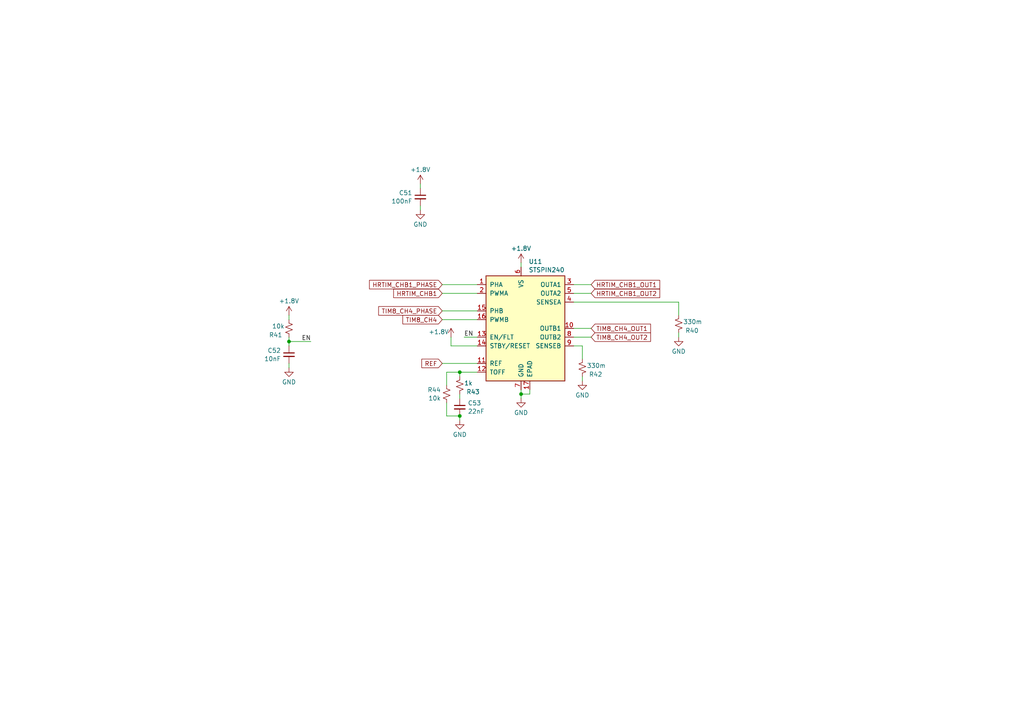
<source format=kicad_sch>
(kicad_sch
	(version 20231120)
	(generator "eeschema")
	(generator_version "8.0")
	(uuid "678b9aec-26bf-4f27-ba87-71e2ec76edda")
	(paper "A4")
	(lib_symbols
		(symbol "Device:C_Small"
			(pin_numbers hide)
			(pin_names
				(offset 0.254) hide)
			(exclude_from_sim no)
			(in_bom yes)
			(on_board yes)
			(property "Reference" "C"
				(at 0.254 1.778 0)
				(effects
					(font
						(size 1.27 1.27)
					)
					(justify left)
				)
			)
			(property "Value" "C_Small"
				(at 0.254 -2.032 0)
				(effects
					(font
						(size 1.27 1.27)
					)
					(justify left)
				)
			)
			(property "Footprint" ""
				(at 0 0 0)
				(effects
					(font
						(size 1.27 1.27)
					)
					(hide yes)
				)
			)
			(property "Datasheet" "~"
				(at 0 0 0)
				(effects
					(font
						(size 1.27 1.27)
					)
					(hide yes)
				)
			)
			(property "Description" "Unpolarized capacitor, small symbol"
				(at 0 0 0)
				(effects
					(font
						(size 1.27 1.27)
					)
					(hide yes)
				)
			)
			(property "ki_keywords" "capacitor cap"
				(at 0 0 0)
				(effects
					(font
						(size 1.27 1.27)
					)
					(hide yes)
				)
			)
			(property "ki_fp_filters" "C_*"
				(at 0 0 0)
				(effects
					(font
						(size 1.27 1.27)
					)
					(hide yes)
				)
			)
			(symbol "C_Small_0_1"
				(polyline
					(pts
						(xy -1.524 -0.508) (xy 1.524 -0.508)
					)
					(stroke
						(width 0.3302)
						(type default)
					)
					(fill
						(type none)
					)
				)
				(polyline
					(pts
						(xy -1.524 0.508) (xy 1.524 0.508)
					)
					(stroke
						(width 0.3048)
						(type default)
					)
					(fill
						(type none)
					)
				)
			)
			(symbol "C_Small_1_1"
				(pin passive line
					(at 0 2.54 270)
					(length 2.032)
					(name "~"
						(effects
							(font
								(size 1.27 1.27)
							)
						)
					)
					(number "1"
						(effects
							(font
								(size 1.27 1.27)
							)
						)
					)
				)
				(pin passive line
					(at 0 -2.54 90)
					(length 2.032)
					(name "~"
						(effects
							(font
								(size 1.27 1.27)
							)
						)
					)
					(number "2"
						(effects
							(font
								(size 1.27 1.27)
							)
						)
					)
				)
			)
		)
		(symbol "Device:R_Small_US"
			(pin_numbers hide)
			(pin_names
				(offset 0.254) hide)
			(exclude_from_sim no)
			(in_bom yes)
			(on_board yes)
			(property "Reference" "R"
				(at 0.762 0.508 0)
				(effects
					(font
						(size 1.27 1.27)
					)
					(justify left)
				)
			)
			(property "Value" "R_Small_US"
				(at 0.762 -1.016 0)
				(effects
					(font
						(size 1.27 1.27)
					)
					(justify left)
				)
			)
			(property "Footprint" ""
				(at 0 0 0)
				(effects
					(font
						(size 1.27 1.27)
					)
					(hide yes)
				)
			)
			(property "Datasheet" "~"
				(at 0 0 0)
				(effects
					(font
						(size 1.27 1.27)
					)
					(hide yes)
				)
			)
			(property "Description" "Resistor, small US symbol"
				(at 0 0 0)
				(effects
					(font
						(size 1.27 1.27)
					)
					(hide yes)
				)
			)
			(property "ki_keywords" "r resistor"
				(at 0 0 0)
				(effects
					(font
						(size 1.27 1.27)
					)
					(hide yes)
				)
			)
			(property "ki_fp_filters" "R_*"
				(at 0 0 0)
				(effects
					(font
						(size 1.27 1.27)
					)
					(hide yes)
				)
			)
			(symbol "R_Small_US_1_1"
				(polyline
					(pts
						(xy 0 0) (xy 1.016 -0.381) (xy 0 -0.762) (xy -1.016 -1.143) (xy 0 -1.524)
					)
					(stroke
						(width 0)
						(type default)
					)
					(fill
						(type none)
					)
				)
				(polyline
					(pts
						(xy 0 1.524) (xy 1.016 1.143) (xy 0 0.762) (xy -1.016 0.381) (xy 0 0)
					)
					(stroke
						(width 0)
						(type default)
					)
					(fill
						(type none)
					)
				)
				(pin passive line
					(at 0 2.54 270)
					(length 1.016)
					(name "~"
						(effects
							(font
								(size 1.27 1.27)
							)
						)
					)
					(number "1"
						(effects
							(font
								(size 1.27 1.27)
							)
						)
					)
				)
				(pin passive line
					(at 0 -2.54 90)
					(length 1.016)
					(name "~"
						(effects
							(font
								(size 1.27 1.27)
							)
						)
					)
					(number "2"
						(effects
							(font
								(size 1.27 1.27)
							)
						)
					)
				)
			)
		)
		(symbol "Driver_Motor:STSPIN240"
			(pin_names
				(offset 1.016)
			)
			(exclude_from_sim no)
			(in_bom yes)
			(on_board yes)
			(property "Reference" "U"
				(at -10.16 16.51 0)
				(effects
					(font
						(size 1.27 1.27)
					)
					(justify left)
				)
			)
			(property "Value" "STSPIN240"
				(at 5.08 16.51 0)
				(effects
					(font
						(size 1.27 1.27)
					)
					(justify left)
				)
			)
			(property "Footprint" "Package_DFN_QFN:VQFN-16-1EP_3x3mm_P0.5mm_EP1.8x1.8mm"
				(at 5.08 19.05 0)
				(effects
					(font
						(size 1.27 1.27)
					)
					(justify left)
					(hide yes)
				)
			)
			(property "Datasheet" "www.st.com/resource/en/datasheet/stspin240.pdf"
				(at 3.81 6.35 0)
				(effects
					(font
						(size 1.27 1.27)
					)
					(hide yes)
				)
			)
			(property "Description" "Low voltage dual brush DC motor driver, 1.8V to 10V input, 1.3Arms output, 0.4Ω Rdson per phase (typical), QFN-16 package"
				(at 0 0 0)
				(effects
					(font
						(size 1.27 1.27)
					)
					(hide yes)
				)
			)
			(property "ki_keywords" "motor driver dc brushed"
				(at 0 0 0)
				(effects
					(font
						(size 1.27 1.27)
					)
					(hide yes)
				)
			)
			(property "ki_fp_filters" "VQFN*1EP*3x3mm*P0.5mm*"
				(at 0 0 0)
				(effects
					(font
						(size 1.27 1.27)
					)
					(hide yes)
				)
			)
			(symbol "STSPIN240_0_1"
				(rectangle
					(start -10.16 15.24)
					(end 12.7 -15.24)
					(stroke
						(width 0.254)
						(type default)
					)
					(fill
						(type background)
					)
				)
			)
			(symbol "STSPIN240_1_1"
				(pin input line
					(at -12.7 12.7 0)
					(length 2.54)
					(name "PHA"
						(effects
							(font
								(size 1.27 1.27)
							)
						)
					)
					(number "1"
						(effects
							(font
								(size 1.27 1.27)
							)
						)
					)
				)
				(pin power_out line
					(at 15.24 0 180)
					(length 2.54)
					(name "OUTB1"
						(effects
							(font
								(size 1.27 1.27)
							)
						)
					)
					(number "10"
						(effects
							(font
								(size 1.27 1.27)
							)
						)
					)
				)
				(pin input line
					(at -12.7 -10.16 0)
					(length 2.54)
					(name "REF"
						(effects
							(font
								(size 1.27 1.27)
							)
						)
					)
					(number "11"
						(effects
							(font
								(size 1.27 1.27)
							)
						)
					)
				)
				(pin input line
					(at -12.7 -12.7 0)
					(length 2.54)
					(name "TOFF"
						(effects
							(font
								(size 1.27 1.27)
							)
						)
					)
					(number "12"
						(effects
							(font
								(size 1.27 1.27)
							)
						)
					)
				)
				(pin bidirectional line
					(at -12.7 -2.54 0)
					(length 2.54)
					(name "EN/FLT"
						(effects
							(font
								(size 1.27 1.27)
							)
						)
					)
					(number "13"
						(effects
							(font
								(size 1.27 1.27)
							)
						)
					)
				)
				(pin input line
					(at -12.7 -5.08 0)
					(length 2.54)
					(name "STBY/RESET"
						(effects
							(font
								(size 1.27 1.27)
							)
						)
					)
					(number "14"
						(effects
							(font
								(size 1.27 1.27)
							)
						)
					)
				)
				(pin input line
					(at -12.7 5.08 0)
					(length 2.54)
					(name "PHB"
						(effects
							(font
								(size 1.27 1.27)
							)
						)
					)
					(number "15"
						(effects
							(font
								(size 1.27 1.27)
							)
						)
					)
				)
				(pin input line
					(at -12.7 2.54 0)
					(length 2.54)
					(name "PWMB"
						(effects
							(font
								(size 1.27 1.27)
							)
						)
					)
					(number "16"
						(effects
							(font
								(size 1.27 1.27)
							)
						)
					)
				)
				(pin power_in line
					(at 2.54 -17.78 90)
					(length 2.54)
					(name "EPAD"
						(effects
							(font
								(size 1.27 1.27)
							)
						)
					)
					(number "17"
						(effects
							(font
								(size 1.27 1.27)
							)
						)
					)
				)
				(pin input line
					(at -12.7 10.16 0)
					(length 2.54)
					(name "PWMA"
						(effects
							(font
								(size 1.27 1.27)
							)
						)
					)
					(number "2"
						(effects
							(font
								(size 1.27 1.27)
							)
						)
					)
				)
				(pin power_out line
					(at 15.24 12.7 180)
					(length 2.54)
					(name "OUTA1"
						(effects
							(font
								(size 1.27 1.27)
							)
						)
					)
					(number "3"
						(effects
							(font
								(size 1.27 1.27)
							)
						)
					)
				)
				(pin power_out line
					(at 15.24 7.62 180)
					(length 2.54)
					(name "SENSEA"
						(effects
							(font
								(size 1.27 1.27)
							)
						)
					)
					(number "4"
						(effects
							(font
								(size 1.27 1.27)
							)
						)
					)
				)
				(pin power_out line
					(at 15.24 10.16 180)
					(length 2.54)
					(name "OUTA2"
						(effects
							(font
								(size 1.27 1.27)
							)
						)
					)
					(number "5"
						(effects
							(font
								(size 1.27 1.27)
							)
						)
					)
				)
				(pin power_in line
					(at 0 17.78 270)
					(length 2.54)
					(name "VS"
						(effects
							(font
								(size 1.27 1.27)
							)
						)
					)
					(number "6"
						(effects
							(font
								(size 1.27 1.27)
							)
						)
					)
				)
				(pin power_in line
					(at 0 -17.78 90)
					(length 2.54)
					(name "GND"
						(effects
							(font
								(size 1.27 1.27)
							)
						)
					)
					(number "7"
						(effects
							(font
								(size 1.27 1.27)
							)
						)
					)
				)
				(pin power_out line
					(at 15.24 -2.54 180)
					(length 2.54)
					(name "OUTB2"
						(effects
							(font
								(size 1.27 1.27)
							)
						)
					)
					(number "8"
						(effects
							(font
								(size 1.27 1.27)
							)
						)
					)
				)
				(pin power_out line
					(at 15.24 -5.08 180)
					(length 2.54)
					(name "SENSEB"
						(effects
							(font
								(size 1.27 1.27)
							)
						)
					)
					(number "9"
						(effects
							(font
								(size 1.27 1.27)
							)
						)
					)
				)
			)
		)
		(symbol "power:+1V8"
			(power)
			(pin_names
				(offset 0)
			)
			(exclude_from_sim no)
			(in_bom yes)
			(on_board yes)
			(property "Reference" "#PWR"
				(at 0 -3.81 0)
				(effects
					(font
						(size 1.27 1.27)
					)
					(hide yes)
				)
			)
			(property "Value" "+1V8"
				(at 0 3.556 0)
				(effects
					(font
						(size 1.27 1.27)
					)
				)
			)
			(property "Footprint" ""
				(at 0 0 0)
				(effects
					(font
						(size 1.27 1.27)
					)
					(hide yes)
				)
			)
			(property "Datasheet" ""
				(at 0 0 0)
				(effects
					(font
						(size 1.27 1.27)
					)
					(hide yes)
				)
			)
			(property "Description" "Power symbol creates a global label with name \"+1V8\""
				(at 0 0 0)
				(effects
					(font
						(size 1.27 1.27)
					)
					(hide yes)
				)
			)
			(property "ki_keywords" "global power"
				(at 0 0 0)
				(effects
					(font
						(size 1.27 1.27)
					)
					(hide yes)
				)
			)
			(symbol "+1V8_0_1"
				(polyline
					(pts
						(xy -0.762 1.27) (xy 0 2.54)
					)
					(stroke
						(width 0)
						(type default)
					)
					(fill
						(type none)
					)
				)
				(polyline
					(pts
						(xy 0 0) (xy 0 2.54)
					)
					(stroke
						(width 0)
						(type default)
					)
					(fill
						(type none)
					)
				)
				(polyline
					(pts
						(xy 0 2.54) (xy 0.762 1.27)
					)
					(stroke
						(width 0)
						(type default)
					)
					(fill
						(type none)
					)
				)
			)
			(symbol "+1V8_1_1"
				(pin power_in line
					(at 0 0 90)
					(length 0) hide
					(name "+1V8"
						(effects
							(font
								(size 1.27 1.27)
							)
						)
					)
					(number "1"
						(effects
							(font
								(size 1.27 1.27)
							)
						)
					)
				)
			)
		)
		(symbol "power:GND"
			(power)
			(pin_names
				(offset 0)
			)
			(exclude_from_sim no)
			(in_bom yes)
			(on_board yes)
			(property "Reference" "#PWR"
				(at 0 -6.35 0)
				(effects
					(font
						(size 1.27 1.27)
					)
					(hide yes)
				)
			)
			(property "Value" "GND"
				(at 0 -3.81 0)
				(effects
					(font
						(size 1.27 1.27)
					)
				)
			)
			(property "Footprint" ""
				(at 0 0 0)
				(effects
					(font
						(size 1.27 1.27)
					)
					(hide yes)
				)
			)
			(property "Datasheet" ""
				(at 0 0 0)
				(effects
					(font
						(size 1.27 1.27)
					)
					(hide yes)
				)
			)
			(property "Description" "Power symbol creates a global label with name \"GND\" , ground"
				(at 0 0 0)
				(effects
					(font
						(size 1.27 1.27)
					)
					(hide yes)
				)
			)
			(property "ki_keywords" "global power"
				(at 0 0 0)
				(effects
					(font
						(size 1.27 1.27)
					)
					(hide yes)
				)
			)
			(symbol "GND_0_1"
				(polyline
					(pts
						(xy 0 0) (xy 0 -1.27) (xy 1.27 -1.27) (xy 0 -2.54) (xy -1.27 -1.27) (xy 0 -1.27)
					)
					(stroke
						(width 0)
						(type default)
					)
					(fill
						(type none)
					)
				)
			)
			(symbol "GND_1_1"
				(pin power_in line
					(at 0 0 270)
					(length 0) hide
					(name "GND"
						(effects
							(font
								(size 1.27 1.27)
							)
						)
					)
					(number "1"
						(effects
							(font
								(size 1.27 1.27)
							)
						)
					)
				)
			)
		)
	)
	(junction
		(at 133.35 120.65)
		(diameter 0)
		(color 0 0 0 0)
		(uuid "42d6576e-fadb-4563-9fc6-3a42c8f7e3c8")
	)
	(junction
		(at 133.35 107.95)
		(diameter 0)
		(color 0 0 0 0)
		(uuid "667f0bd6-b12d-4faa-987f-927ccb27679f")
	)
	(junction
		(at 151.13 114.3)
		(diameter 0)
		(color 0 0 0 0)
		(uuid "b8536958-cabd-4320-bfca-2face8fcc9a7")
	)
	(junction
		(at 83.82 99.06)
		(diameter 0)
		(color 0 0 0 0)
		(uuid "d7e75411-1de3-452c-afc2-da1331c922c2")
	)
	(wire
		(pts
			(xy 151.13 76.2) (xy 151.13 77.47)
		)
		(stroke
			(width 0)
			(type default)
		)
		(uuid "0df78f29-7091-44f6-a730-ef372ed57675")
	)
	(wire
		(pts
			(xy 133.35 107.95) (xy 133.35 109.22)
		)
		(stroke
			(width 0)
			(type default)
		)
		(uuid "136b5161-d7ef-4375-aa91-e102651a4665")
	)
	(wire
		(pts
			(xy 168.91 100.33) (xy 166.37 100.33)
		)
		(stroke
			(width 0)
			(type default)
		)
		(uuid "154c620a-04df-4b2c-84d6-36da2c79bbea")
	)
	(wire
		(pts
			(xy 121.92 59.69) (xy 121.92 60.96)
		)
		(stroke
			(width 0)
			(type default)
		)
		(uuid "1ea7bd63-8734-448b-980b-014f4ca342f1")
	)
	(wire
		(pts
			(xy 133.35 114.3) (xy 133.35 115.57)
		)
		(stroke
			(width 0)
			(type default)
		)
		(uuid "2081ed10-af47-4487-84ed-017469b4fdb8")
	)
	(wire
		(pts
			(xy 128.27 92.71) (xy 138.43 92.71)
		)
		(stroke
			(width 0)
			(type default)
		)
		(uuid "24beaf91-e7d3-4e03-a638-690a46340679")
	)
	(wire
		(pts
			(xy 168.91 109.22) (xy 168.91 110.49)
		)
		(stroke
			(width 0)
			(type default)
		)
		(uuid "32926c58-e476-43b4-99b4-f50b1bd7289c")
	)
	(wire
		(pts
			(xy 83.82 99.06) (xy 83.82 100.33)
		)
		(stroke
			(width 0)
			(type default)
		)
		(uuid "3421b40e-45e7-4ac7-915c-5c46804131b9")
	)
	(wire
		(pts
			(xy 129.54 120.65) (xy 133.35 120.65)
		)
		(stroke
			(width 0)
			(type default)
		)
		(uuid "416fd5ac-a650-418e-931e-fcded8135e33")
	)
	(wire
		(pts
			(xy 128.27 90.17) (xy 138.43 90.17)
		)
		(stroke
			(width 0)
			(type default)
		)
		(uuid "424cc603-8d4e-4823-ae49-81b1618ee283")
	)
	(wire
		(pts
			(xy 168.91 104.14) (xy 168.91 100.33)
		)
		(stroke
			(width 0)
			(type default)
		)
		(uuid "48380410-9649-43e2-908f-c3ad67ad29b7")
	)
	(wire
		(pts
			(xy 151.13 113.03) (xy 151.13 114.3)
		)
		(stroke
			(width 0)
			(type default)
		)
		(uuid "5cf3c158-a797-45ff-8d5c-d0d1fafe3a22")
	)
	(wire
		(pts
			(xy 83.82 105.41) (xy 83.82 106.68)
		)
		(stroke
			(width 0)
			(type default)
		)
		(uuid "63b91a7c-7c95-4637-acd6-fcc77520c5dc")
	)
	(wire
		(pts
			(xy 196.85 87.63) (xy 196.85 91.44)
		)
		(stroke
			(width 0)
			(type default)
		)
		(uuid "6e4cef16-5184-4768-b13c-e683484dc67d")
	)
	(wire
		(pts
			(xy 129.54 107.95) (xy 133.35 107.95)
		)
		(stroke
			(width 0)
			(type default)
		)
		(uuid "7a2f5d6d-f89b-4009-be9b-50d00f32949b")
	)
	(wire
		(pts
			(xy 128.27 82.55) (xy 138.43 82.55)
		)
		(stroke
			(width 0)
			(type default)
		)
		(uuid "803c6951-769d-4787-a8a8-9d5548901c73")
	)
	(wire
		(pts
			(xy 121.92 53.34) (xy 121.92 54.61)
		)
		(stroke
			(width 0)
			(type default)
		)
		(uuid "81df2ca9-c94f-4f2b-a3c6-fd7d2f5cd330")
	)
	(wire
		(pts
			(xy 171.45 97.79) (xy 166.37 97.79)
		)
		(stroke
			(width 0)
			(type default)
		)
		(uuid "86b89144-a35d-4606-bee6-e66409accc8b")
	)
	(wire
		(pts
			(xy 138.43 97.79) (xy 134.62 97.79)
		)
		(stroke
			(width 0)
			(type default)
		)
		(uuid "87ebdfcb-394e-45c3-bb85-92d5e78fab56")
	)
	(wire
		(pts
			(xy 128.27 85.09) (xy 138.43 85.09)
		)
		(stroke
			(width 0)
			(type default)
		)
		(uuid "8e1f1e4d-a6da-4aa4-97a4-ceec37ac802b")
	)
	(wire
		(pts
			(xy 171.45 82.55) (xy 166.37 82.55)
		)
		(stroke
			(width 0)
			(type default)
		)
		(uuid "9073e5b9-c9af-4baa-b7cc-01e4e0e8170f")
	)
	(wire
		(pts
			(xy 133.35 107.95) (xy 138.43 107.95)
		)
		(stroke
			(width 0)
			(type default)
		)
		(uuid "af0d2cc6-489d-454c-9b05-ca897f917682")
	)
	(wire
		(pts
			(xy 130.81 100.33) (xy 138.43 100.33)
		)
		(stroke
			(width 0)
			(type default)
		)
		(uuid "b17469f9-4bfa-4158-bb7d-36070dad954a")
	)
	(wire
		(pts
			(xy 130.81 97.79) (xy 130.81 100.33)
		)
		(stroke
			(width 0)
			(type default)
		)
		(uuid "b99a87d4-af7a-4089-919c-45c7b3e63e22")
	)
	(wire
		(pts
			(xy 83.82 97.79) (xy 83.82 99.06)
		)
		(stroke
			(width 0)
			(type default)
		)
		(uuid "bab4188a-e630-4411-9ebd-0ebfae15cdb7")
	)
	(wire
		(pts
			(xy 171.45 85.09) (xy 166.37 85.09)
		)
		(stroke
			(width 0)
			(type default)
		)
		(uuid "bdd1b05d-dd6b-43d2-8213-f03d27a27000")
	)
	(wire
		(pts
			(xy 151.13 114.3) (xy 151.13 115.57)
		)
		(stroke
			(width 0)
			(type default)
		)
		(uuid "c05a63b7-2286-49ac-88b8-9c002ca85a9b")
	)
	(wire
		(pts
			(xy 196.85 87.63) (xy 166.37 87.63)
		)
		(stroke
			(width 0)
			(type default)
		)
		(uuid "c703d5d0-28ac-450a-9e81-ebc92b083f82")
	)
	(wire
		(pts
			(xy 128.27 105.41) (xy 138.43 105.41)
		)
		(stroke
			(width 0)
			(type default)
		)
		(uuid "d35195cc-7528-460d-9bc1-1c284727c64a")
	)
	(wire
		(pts
			(xy 129.54 116.84) (xy 129.54 120.65)
		)
		(stroke
			(width 0)
			(type default)
		)
		(uuid "df4c6b07-3cee-4d76-82ac-68278b1b2a0b")
	)
	(wire
		(pts
			(xy 83.82 91.44) (xy 83.82 92.71)
		)
		(stroke
			(width 0)
			(type default)
		)
		(uuid "e0f0e4df-3c11-491b-8c83-7b2feb1c5868")
	)
	(wire
		(pts
			(xy 153.67 114.3) (xy 153.67 113.03)
		)
		(stroke
			(width 0)
			(type default)
		)
		(uuid "e511d5ce-c0d6-4f17-bf9c-e17cd78b2211")
	)
	(wire
		(pts
			(xy 83.82 99.06) (xy 90.17 99.06)
		)
		(stroke
			(width 0)
			(type default)
		)
		(uuid "e535f119-b11d-44d9-8320-a66c01ce3ac1")
	)
	(wire
		(pts
			(xy 129.54 107.95) (xy 129.54 111.76)
		)
		(stroke
			(width 0)
			(type default)
		)
		(uuid "ea7df6dd-d206-4b50-ba0f-4867bd8d5e3c")
	)
	(wire
		(pts
			(xy 196.85 96.52) (xy 196.85 97.79)
		)
		(stroke
			(width 0)
			(type default)
		)
		(uuid "eedb8325-9b7d-43e3-aeb3-3c1bcc0fd479")
	)
	(wire
		(pts
			(xy 151.13 114.3) (xy 153.67 114.3)
		)
		(stroke
			(width 0)
			(type default)
		)
		(uuid "f25e5032-c755-44ef-8098-cb8f9e78830f")
	)
	(wire
		(pts
			(xy 171.45 95.25) (xy 166.37 95.25)
		)
		(stroke
			(width 0)
			(type default)
		)
		(uuid "f53cb537-a4c1-47fa-b30f-4b9840c5326a")
	)
	(wire
		(pts
			(xy 133.35 121.92) (xy 133.35 120.65)
		)
		(stroke
			(width 0)
			(type default)
		)
		(uuid "fcb6524b-ad1e-4656-ace8-fb400e227a7f")
	)
	(label "EN"
		(at 134.62 97.79 0)
		(fields_autoplaced yes)
		(effects
			(font
				(size 1.27 1.27)
			)
			(justify left bottom)
		)
		(uuid "2d735b23-4b75-4cc8-8522-77b72559e13e")
	)
	(label "EN"
		(at 90.17 99.06 180)
		(fields_autoplaced yes)
		(effects
			(font
				(size 1.27 1.27)
			)
			(justify right bottom)
		)
		(uuid "fc3e2e52-2328-484c-bc85-8e920ea7a8f4")
	)
	(global_label "HRTIM_CHB1_OUT1"
		(shape input)
		(at 171.45 82.55 0)
		(fields_autoplaced yes)
		(effects
			(font
				(size 1.27 1.27)
			)
			(justify left)
		)
		(uuid "0a500830-73e2-4edb-a76f-0c7afb4bfdb9")
		(property "Intersheetrefs" "${INTERSHEET_REFS}"
			(at 191.9128 82.55 0)
			(effects
				(font
					(size 1.27 1.27)
				)
				(justify left)
				(hide yes)
			)
		)
	)
	(global_label "HRTIM_CHB1_OUT2"
		(shape input)
		(at 171.45 85.09 0)
		(fields_autoplaced yes)
		(effects
			(font
				(size 1.27 1.27)
			)
			(justify left)
		)
		(uuid "45b0523e-55d5-4635-afa8-8cc6d77df211")
		(property "Intersheetrefs" "${INTERSHEET_REFS}"
			(at 191.9128 85.09 0)
			(effects
				(font
					(size 1.27 1.27)
				)
				(justify left)
				(hide yes)
			)
		)
	)
	(global_label "TIM8_CH4"
		(shape input)
		(at 128.27 92.71 180)
		(fields_autoplaced yes)
		(effects
			(font
				(size 1.27 1.27)
			)
			(justify right)
		)
		(uuid "58b2eda6-4dac-4b30-9252-55102a16717b")
		(property "Intersheetrefs" "${INTERSHEET_REFS}"
			(at 116.2739 92.71 0)
			(effects
				(font
					(size 1.27 1.27)
				)
				(justify right)
				(hide yes)
			)
		)
	)
	(global_label "TIM8_CH4_OUT2"
		(shape input)
		(at 171.45 97.79 0)
		(fields_autoplaced yes)
		(effects
			(font
				(size 1.27 1.27)
			)
			(justify left)
		)
		(uuid "6063284c-9f72-4d29-86ca-9828835a4696")
		(property "Intersheetrefs" "${INTERSHEET_REFS}"
			(at 189.2518 97.79 0)
			(effects
				(font
					(size 1.27 1.27)
				)
				(justify left)
				(hide yes)
			)
		)
	)
	(global_label "TIM8_CH4_OUT1"
		(shape input)
		(at 171.45 95.25 0)
		(fields_autoplaced yes)
		(effects
			(font
				(size 1.27 1.27)
			)
			(justify left)
		)
		(uuid "73172fd4-edca-4aef-8018-1c6939f3ec09")
		(property "Intersheetrefs" "${INTERSHEET_REFS}"
			(at 189.2518 95.25 0)
			(effects
				(font
					(size 1.27 1.27)
				)
				(justify left)
				(hide yes)
			)
		)
	)
	(global_label "TIM8_CH4_PHASE"
		(shape input)
		(at 128.27 90.17 180)
		(fields_autoplaced yes)
		(effects
			(font
				(size 1.27 1.27)
			)
			(justify right)
		)
		(uuid "8b813cc2-a0aa-4d22-9809-183b5a09753d")
		(property "Intersheetrefs" "${INTERSHEET_REFS}"
			(at 109.2587 90.17 0)
			(effects
				(font
					(size 1.27 1.27)
				)
				(justify right)
				(hide yes)
			)
		)
	)
	(global_label "REF"
		(shape input)
		(at 128.27 105.41 180)
		(fields_autoplaced yes)
		(effects
			(font
				(size 1.27 1.27)
			)
			(justify right)
		)
		(uuid "a0dc2bc4-5b4f-4c18-86e8-8fa5de828bae")
		(property "Intersheetrefs" "${INTERSHEET_REFS}"
			(at 121.7772 105.41 0)
			(effects
				(font
					(size 1.27 1.27)
				)
				(justify right)
				(hide yes)
			)
		)
	)
	(global_label "HRTIM_CHB1_PHASE"
		(shape input)
		(at 128.27 82.55 180)
		(fields_autoplaced yes)
		(effects
			(font
				(size 1.27 1.27)
			)
			(justify right)
		)
		(uuid "a4881ba1-4837-43a5-b98c-30b78eaa4774")
		(property "Intersheetrefs" "${INTERSHEET_REFS}"
			(at 106.5977 82.55 0)
			(effects
				(font
					(size 1.27 1.27)
				)
				(justify right)
				(hide yes)
			)
		)
	)
	(global_label "HRTIM_CHB1"
		(shape input)
		(at 128.27 85.09 180)
		(fields_autoplaced yes)
		(effects
			(font
				(size 1.27 1.27)
			)
			(justify right)
		)
		(uuid "b6dee8e1-f56e-4501-a1ed-fa3e6493b6f5")
		(property "Intersheetrefs" "${INTERSHEET_REFS}"
			(at 113.6129 85.09 0)
			(effects
				(font
					(size 1.27 1.27)
				)
				(justify right)
				(hide yes)
			)
		)
	)
	(symbol
		(lib_id "Device:R_Small_US")
		(at 133.35 111.76 0)
		(mirror y)
		(unit 1)
		(exclude_from_sim no)
		(in_bom yes)
		(on_board yes)
		(dnp no)
		(uuid "08d3599f-af0c-44bb-81d5-91e8f1f358cf")
		(property "Reference" "R43"
			(at 135.255 113.665 0)
			(effects
				(font
					(size 1.27 1.27)
				)
				(justify right)
			)
		)
		(property "Value" "1k"
			(at 134.62 111.125 0)
			(effects
				(font
					(size 1.27 1.27)
				)
				(justify right)
			)
		)
		(property "Footprint" "Resistor_SMD:R_0402_1005Metric"
			(at 133.35 111.76 0)
			(effects
				(font
					(size 1.27 1.27)
				)
				(hide yes)
			)
		)
		(property "Datasheet" "~"
			(at 133.35 111.76 0)
			(effects
				(font
					(size 1.27 1.27)
				)
				(hide yes)
			)
		)
		(property "Description" ""
			(at 133.35 111.76 0)
			(effects
				(font
					(size 1.27 1.27)
				)
				(hide yes)
			)
		)
		(property "LCSC" "C11702"
			(at 133.35 111.76 0)
			(effects
				(font
					(size 1.27 1.27)
				)
				(hide yes)
			)
		)
		(pin "1"
			(uuid "520cc536-f2af-4093-9c89-99c22b303949")
		)
		(pin "2"
			(uuid "6d27895e-5584-4a35-a191-ef74435461a2")
		)
		(instances
			(project "kasm_pcb_rev2"
				(path "/b88f3414-095b-412c-ac5e-63ceec91c7e6/2d3f9a94-2f4e-4d4f-b431-cd37d3bb57a3/c938c8a6-385d-4d2e-abb5-2852c90a10ff"
					(reference "R43")
					(unit 1)
				)
			)
		)
	)
	(symbol
		(lib_id "power:GND")
		(at 151.13 115.57 0)
		(unit 1)
		(exclude_from_sim no)
		(in_bom yes)
		(on_board yes)
		(dnp no)
		(uuid "0999cc4d-196e-43d7-9300-6dc4805e5618")
		(property "Reference" "#PWR0114"
			(at 151.13 121.92 0)
			(effects
				(font
					(size 1.27 1.27)
				)
				(hide yes)
			)
		)
		(property "Value" "GND"
			(at 151.13 119.7031 0)
			(effects
				(font
					(size 1.27 1.27)
				)
			)
		)
		(property "Footprint" ""
			(at 151.13 115.57 0)
			(effects
				(font
					(size 1.27 1.27)
				)
				(hide yes)
			)
		)
		(property "Datasheet" ""
			(at 151.13 115.57 0)
			(effects
				(font
					(size 1.27 1.27)
				)
				(hide yes)
			)
		)
		(property "Description" ""
			(at 151.13 115.57 0)
			(effects
				(font
					(size 1.27 1.27)
				)
				(hide yes)
			)
		)
		(pin "1"
			(uuid "01c8d304-92ab-4c38-9ee6-bb49e7f47521")
		)
		(instances
			(project "kasm_pcb_rev2"
				(path "/b88f3414-095b-412c-ac5e-63ceec91c7e6/2d3f9a94-2f4e-4d4f-b431-cd37d3bb57a3/c938c8a6-385d-4d2e-abb5-2852c90a10ff"
					(reference "#PWR0114")
					(unit 1)
				)
			)
		)
	)
	(symbol
		(lib_id "Device:R_Small_US")
		(at 196.85 93.98 0)
		(mirror y)
		(unit 1)
		(exclude_from_sim no)
		(in_bom yes)
		(on_board yes)
		(dnp no)
		(uuid "0c943832-355b-4dd2-80d1-86cc87ab732c")
		(property "Reference" "R40"
			(at 198.755 95.885 0)
			(effects
				(font
					(size 1.27 1.27)
				)
				(justify right)
			)
		)
		(property "Value" "330m"
			(at 198.12 93.345 0)
			(effects
				(font
					(size 1.27 1.27)
				)
				(justify right)
			)
		)
		(property "Footprint" "Resistor_SMD:R_0402_1005Metric"
			(at 196.85 93.98 0)
			(effects
				(font
					(size 1.27 1.27)
				)
				(hide yes)
			)
		)
		(property "Datasheet" "~"
			(at 196.85 93.98 0)
			(effects
				(font
					(size 1.27 1.27)
				)
				(hide yes)
			)
		)
		(property "Description" ""
			(at 196.85 93.98 0)
			(effects
				(font
					(size 1.27 1.27)
				)
				(hide yes)
			)
		)
		(property "LCSC" "C332660"
			(at 196.85 93.98 0)
			(effects
				(font
					(size 1.27 1.27)
				)
				(hide yes)
			)
		)
		(pin "1"
			(uuid "57d730c9-355f-4784-b711-036a1073d2a4")
		)
		(pin "2"
			(uuid "b0acd83e-7dfa-44f5-8902-f6cbfe4aaaab")
		)
		(instances
			(project "kasm_pcb_rev2"
				(path "/b88f3414-095b-412c-ac5e-63ceec91c7e6/2d3f9a94-2f4e-4d4f-b431-cd37d3bb57a3/c938c8a6-385d-4d2e-abb5-2852c90a10ff"
					(reference "R40")
					(unit 1)
				)
			)
		)
	)
	(symbol
		(lib_id "power:GND")
		(at 133.35 121.92 0)
		(unit 1)
		(exclude_from_sim no)
		(in_bom yes)
		(on_board yes)
		(dnp no)
		(uuid "14826b93-6e2a-40a6-8261-c4025ad4b572")
		(property "Reference" "#PWR0115"
			(at 133.35 128.27 0)
			(effects
				(font
					(size 1.27 1.27)
				)
				(hide yes)
			)
		)
		(property "Value" "GND"
			(at 133.35 126.0531 0)
			(effects
				(font
					(size 1.27 1.27)
				)
			)
		)
		(property "Footprint" ""
			(at 133.35 121.92 0)
			(effects
				(font
					(size 1.27 1.27)
				)
				(hide yes)
			)
		)
		(property "Datasheet" ""
			(at 133.35 121.92 0)
			(effects
				(font
					(size 1.27 1.27)
				)
				(hide yes)
			)
		)
		(property "Description" ""
			(at 133.35 121.92 0)
			(effects
				(font
					(size 1.27 1.27)
				)
				(hide yes)
			)
		)
		(pin "1"
			(uuid "e8b8079c-b48f-4a26-a36d-ad370f272bfa")
		)
		(instances
			(project "kasm_pcb_rev2"
				(path "/b88f3414-095b-412c-ac5e-63ceec91c7e6/2d3f9a94-2f4e-4d4f-b431-cd37d3bb57a3/c938c8a6-385d-4d2e-abb5-2852c90a10ff"
					(reference "#PWR0115")
					(unit 1)
				)
			)
		)
	)
	(symbol
		(lib_id "Device:R_Small_US")
		(at 83.82 95.25 0)
		(unit 1)
		(exclude_from_sim no)
		(in_bom yes)
		(on_board yes)
		(dnp no)
		(uuid "23119a32-3781-4e14-9518-f3722f383c32")
		(property "Reference" "R41"
			(at 81.915 97.155 0)
			(effects
				(font
					(size 1.27 1.27)
				)
				(justify right)
			)
		)
		(property "Value" "10k"
			(at 82.55 94.615 0)
			(effects
				(font
					(size 1.27 1.27)
				)
				(justify right)
			)
		)
		(property "Footprint" "Resistor_SMD:R_0402_1005Metric"
			(at 83.82 95.25 0)
			(effects
				(font
					(size 1.27 1.27)
				)
				(hide yes)
			)
		)
		(property "Datasheet" "~"
			(at 83.82 95.25 0)
			(effects
				(font
					(size 1.27 1.27)
				)
				(hide yes)
			)
		)
		(property "Description" ""
			(at 83.82 95.25 0)
			(effects
				(font
					(size 1.27 1.27)
				)
				(hide yes)
			)
		)
		(property "LCSC" "C25744"
			(at 83.82 95.25 0)
			(effects
				(font
					(size 1.27 1.27)
				)
				(hide yes)
			)
		)
		(pin "1"
			(uuid "d81662fd-b7ee-4cd3-835e-4201edb14a83")
		)
		(pin "2"
			(uuid "161611a2-a90e-4351-9765-90a80e4e7081")
		)
		(instances
			(project "kasm_pcb_rev2"
				(path "/b88f3414-095b-412c-ac5e-63ceec91c7e6/2d3f9a94-2f4e-4d4f-b431-cd37d3bb57a3/c938c8a6-385d-4d2e-abb5-2852c90a10ff"
					(reference "R41")
					(unit 1)
				)
			)
		)
	)
	(symbol
		(lib_id "power:+1V8")
		(at 130.81 97.79 0)
		(unit 1)
		(exclude_from_sim no)
		(in_bom yes)
		(on_board yes)
		(dnp no)
		(uuid "47419cb7-ae1c-489c-b519-ae9a5c0d2b1e")
		(property "Reference" "#PWR0110"
			(at 130.81 101.6 0)
			(effects
				(font
					(size 1.27 1.27)
				)
				(hide yes)
			)
		)
		(property "Value" "+1.8V"
			(at 127.254 96.266 0)
			(effects
				(font
					(size 1.27 1.27)
				)
			)
		)
		(property "Footprint" ""
			(at 130.81 97.79 0)
			(effects
				(font
					(size 1.27 1.27)
				)
				(hide yes)
			)
		)
		(property "Datasheet" ""
			(at 130.81 97.79 0)
			(effects
				(font
					(size 1.27 1.27)
				)
				(hide yes)
			)
		)
		(property "Description" ""
			(at 130.81 97.79 0)
			(effects
				(font
					(size 1.27 1.27)
				)
				(hide yes)
			)
		)
		(pin "1"
			(uuid "053ca9e1-1fa5-4cbe-93b1-01fdae85988d")
		)
		(instances
			(project "kasm_pcb_rev2"
				(path "/b88f3414-095b-412c-ac5e-63ceec91c7e6/2d3f9a94-2f4e-4d4f-b431-cd37d3bb57a3/c938c8a6-385d-4d2e-abb5-2852c90a10ff"
					(reference "#PWR0110")
					(unit 1)
				)
			)
		)
	)
	(symbol
		(lib_id "Device:R_Small_US")
		(at 168.91 106.68 0)
		(mirror y)
		(unit 1)
		(exclude_from_sim no)
		(in_bom yes)
		(on_board yes)
		(dnp no)
		(uuid "573e37f4-27b0-4a2f-aa61-feaccf55e8aa")
		(property "Reference" "R42"
			(at 170.815 108.585 0)
			(effects
				(font
					(size 1.27 1.27)
				)
				(justify right)
			)
		)
		(property "Value" "330m"
			(at 170.18 106.045 0)
			(effects
				(font
					(size 1.27 1.27)
				)
				(justify right)
			)
		)
		(property "Footprint" "Resistor_SMD:R_0402_1005Metric"
			(at 168.91 106.68 0)
			(effects
				(font
					(size 1.27 1.27)
				)
				(hide yes)
			)
		)
		(property "Datasheet" "~"
			(at 168.91 106.68 0)
			(effects
				(font
					(size 1.27 1.27)
				)
				(hide yes)
			)
		)
		(property "Description" ""
			(at 168.91 106.68 0)
			(effects
				(font
					(size 1.27 1.27)
				)
				(hide yes)
			)
		)
		(property "LCSC" "C332660"
			(at 168.91 106.68 0)
			(effects
				(font
					(size 1.27 1.27)
				)
				(hide yes)
			)
		)
		(pin "1"
			(uuid "deb5ea79-eada-4ab9-8293-e45ffe29325b")
		)
		(pin "2"
			(uuid "9fb9f794-63ce-4561-8109-da4072feb646")
		)
		(instances
			(project "kasm_pcb_rev2"
				(path "/b88f3414-095b-412c-ac5e-63ceec91c7e6/2d3f9a94-2f4e-4d4f-b431-cd37d3bb57a3/c938c8a6-385d-4d2e-abb5-2852c90a10ff"
					(reference "R42")
					(unit 1)
				)
			)
		)
	)
	(symbol
		(lib_id "Device:C_Small")
		(at 83.82 102.87 0)
		(mirror y)
		(unit 1)
		(exclude_from_sim no)
		(in_bom yes)
		(on_board yes)
		(dnp no)
		(uuid "8bbefa2f-93dc-492f-a9f9-ce6467de0313")
		(property "Reference" "C52"
			(at 81.4959 101.6642 0)
			(effects
				(font
					(size 1.27 1.27)
				)
				(justify left)
			)
		)
		(property "Value" "10nF"
			(at 81.4959 104.0884 0)
			(effects
				(font
					(size 1.27 1.27)
				)
				(justify left)
			)
		)
		(property "Footprint" "Capacitor_SMD:C_0402_1005Metric"
			(at 83.82 102.87 0)
			(effects
				(font
					(size 1.27 1.27)
				)
				(hide yes)
			)
		)
		(property "Datasheet" "~"
			(at 83.82 102.87 0)
			(effects
				(font
					(size 1.27 1.27)
				)
				(hide yes)
			)
		)
		(property "Description" ""
			(at 83.82 102.87 0)
			(effects
				(font
					(size 1.27 1.27)
				)
				(hide yes)
			)
		)
		(property "LCSC" "C15195"
			(at 83.82 102.87 0)
			(effects
				(font
					(size 1.27 1.27)
				)
				(hide yes)
			)
		)
		(pin "1"
			(uuid "4a0b128f-1011-4cfc-a4f9-a184f8f367cb")
		)
		(pin "2"
			(uuid "7ee64186-dbfa-4b56-9658-efb851b27027")
		)
		(instances
			(project "kasm_pcb_rev2"
				(path "/b88f3414-095b-412c-ac5e-63ceec91c7e6/2d3f9a94-2f4e-4d4f-b431-cd37d3bb57a3/c938c8a6-385d-4d2e-abb5-2852c90a10ff"
					(reference "C52")
					(unit 1)
				)
			)
		)
	)
	(symbol
		(lib_id "Device:C_Small")
		(at 133.35 118.11 0)
		(unit 1)
		(exclude_from_sim no)
		(in_bom yes)
		(on_board yes)
		(dnp no)
		(uuid "a4b32b01-09cd-40d7-b4bd-05e6b14c732a")
		(property "Reference" "C53"
			(at 135.6741 116.9042 0)
			(effects
				(font
					(size 1.27 1.27)
				)
				(justify left)
			)
		)
		(property "Value" "22nF"
			(at 135.6741 119.3284 0)
			(effects
				(font
					(size 1.27 1.27)
				)
				(justify left)
			)
		)
		(property "Footprint" "Capacitor_SMD:C_0402_1005Metric"
			(at 133.35 118.11 0)
			(effects
				(font
					(size 1.27 1.27)
				)
				(hide yes)
			)
		)
		(property "Datasheet" "~"
			(at 133.35 118.11 0)
			(effects
				(font
					(size 1.27 1.27)
				)
				(hide yes)
			)
		)
		(property "Description" ""
			(at 133.35 118.11 0)
			(effects
				(font
					(size 1.27 1.27)
				)
				(hide yes)
			)
		)
		(property "LCSC" "C1532"
			(at 133.35 118.11 0)
			(effects
				(font
					(size 1.27 1.27)
				)
				(hide yes)
			)
		)
		(pin "1"
			(uuid "8b85e93a-1364-406f-b041-5332cdf1f0d7")
		)
		(pin "2"
			(uuid "1180bcc9-8394-4f27-9980-bdad24b10085")
		)
		(instances
			(project "kasm_pcb_rev2"
				(path "/b88f3414-095b-412c-ac5e-63ceec91c7e6/2d3f9a94-2f4e-4d4f-b431-cd37d3bb57a3/c938c8a6-385d-4d2e-abb5-2852c90a10ff"
					(reference "C53")
					(unit 1)
				)
			)
		)
	)
	(symbol
		(lib_id "power:GND")
		(at 83.82 106.68 0)
		(unit 1)
		(exclude_from_sim no)
		(in_bom yes)
		(on_board yes)
		(dnp no)
		(uuid "a7e209d7-8814-4e15-94e5-c596746dcf1c")
		(property "Reference" "#PWR0112"
			(at 83.82 113.03 0)
			(effects
				(font
					(size 1.27 1.27)
				)
				(hide yes)
			)
		)
		(property "Value" "GND"
			(at 83.82 110.8131 0)
			(effects
				(font
					(size 1.27 1.27)
				)
			)
		)
		(property "Footprint" ""
			(at 83.82 106.68 0)
			(effects
				(font
					(size 1.27 1.27)
				)
				(hide yes)
			)
		)
		(property "Datasheet" ""
			(at 83.82 106.68 0)
			(effects
				(font
					(size 1.27 1.27)
				)
				(hide yes)
			)
		)
		(property "Description" ""
			(at 83.82 106.68 0)
			(effects
				(font
					(size 1.27 1.27)
				)
				(hide yes)
			)
		)
		(pin "1"
			(uuid "92a6c475-de20-49ef-86de-68ef71c69e89")
		)
		(instances
			(project "kasm_pcb_rev2"
				(path "/b88f3414-095b-412c-ac5e-63ceec91c7e6/2d3f9a94-2f4e-4d4f-b431-cd37d3bb57a3/c938c8a6-385d-4d2e-abb5-2852c90a10ff"
					(reference "#PWR0112")
					(unit 1)
				)
			)
		)
	)
	(symbol
		(lib_id "Device:R_Small_US")
		(at 129.54 114.3 0)
		(unit 1)
		(exclude_from_sim no)
		(in_bom yes)
		(on_board yes)
		(dnp no)
		(uuid "bfdc5db9-5620-48b6-9bf6-89e3bdf3214f")
		(property "Reference" "R44"
			(at 127.889 113.0879 0)
			(effects
				(font
					(size 1.27 1.27)
				)
				(justify right)
			)
		)
		(property "Value" "10k"
			(at 127.889 115.5121 0)
			(effects
				(font
					(size 1.27 1.27)
				)
				(justify right)
			)
		)
		(property "Footprint" "Resistor_SMD:R_0402_1005Metric"
			(at 129.54 114.3 0)
			(effects
				(font
					(size 1.27 1.27)
				)
				(hide yes)
			)
		)
		(property "Datasheet" "~"
			(at 129.54 114.3 0)
			(effects
				(font
					(size 1.27 1.27)
				)
				(hide yes)
			)
		)
		(property "Description" ""
			(at 129.54 114.3 0)
			(effects
				(font
					(size 1.27 1.27)
				)
				(hide yes)
			)
		)
		(property "LCSC" "C25744"
			(at 129.54 114.3 0)
			(effects
				(font
					(size 1.27 1.27)
				)
				(hide yes)
			)
		)
		(pin "1"
			(uuid "c274c463-e395-48cd-84fd-43c321901939")
		)
		(pin "2"
			(uuid "40177d0b-163d-4b7d-bc14-a96a14938c86")
		)
		(instances
			(project "kasm_pcb_rev2"
				(path "/b88f3414-095b-412c-ac5e-63ceec91c7e6/2d3f9a94-2f4e-4d4f-b431-cd37d3bb57a3/c938c8a6-385d-4d2e-abb5-2852c90a10ff"
					(reference "R44")
					(unit 1)
				)
			)
		)
	)
	(symbol
		(lib_id "Driver_Motor:STSPIN240")
		(at 151.13 95.25 0)
		(unit 1)
		(exclude_from_sim no)
		(in_bom yes)
		(on_board yes)
		(dnp no)
		(fields_autoplaced yes)
		(uuid "c7502d99-2115-45f9-a2ef-a076462238a5")
		(property "Reference" "U11"
			(at 153.3241 75.8655 0)
			(effects
				(font
					(size 1.27 1.27)
				)
				(justify left)
			)
		)
		(property "Value" "STSPIN240"
			(at 153.3241 78.2898 0)
			(effects
				(font
					(size 1.27 1.27)
				)
				(justify left)
			)
		)
		(property "Footprint" "Package_DFN_QFN:VQFN-16-1EP_3x3mm_P0.5mm_EP1.8x1.8mm"
			(at 156.21 76.2 0)
			(effects
				(font
					(size 1.27 1.27)
				)
				(justify left)
				(hide yes)
			)
		)
		(property "Datasheet" "www.st.com/resource/en/datasheet/stspin240.pdf"
			(at 154.94 88.9 0)
			(effects
				(font
					(size 1.27 1.27)
				)
				(hide yes)
			)
		)
		(property "Description" "Low voltage dual brush DC motor driver, 1.8V to 10V input, 1.3Arms output, 0.4Ω Rdson per phase (typical), QFN-16 package"
			(at 151.13 95.25 0)
			(effects
				(font
					(size 1.27 1.27)
				)
				(hide yes)
			)
		)
		(property "LCSC" "C962258"
			(at 151.13 95.25 0)
			(effects
				(font
					(size 1.27 1.27)
				)
				(hide yes)
			)
		)
		(pin "3"
			(uuid "fe9d407e-f7c4-4d26-83bf-e859ae563953")
		)
		(pin "1"
			(uuid "30ac2a83-2a74-4171-a3a8-2d0ae77ce84e")
		)
		(pin "11"
			(uuid "e8cf5615-f468-42e5-b764-8378300ae2c0")
		)
		(pin "16"
			(uuid "343aae0f-2418-414b-9e98-d73fb55bc60f")
		)
		(pin "5"
			(uuid "3f95d406-0c66-4745-9029-ca7bee6a393b")
		)
		(pin "17"
			(uuid "628e1b96-d0d9-48e0-ba07-8b5abceabae1")
		)
		(pin "4"
			(uuid "522a1027-f92a-412a-99e9-27eca5bd7271")
		)
		(pin "7"
			(uuid "f1ca1b92-8e7f-487e-9eb0-2680eac2976c")
		)
		(pin "12"
			(uuid "b1dff811-43d4-4eb0-b4fe-8d1d58da56dd")
		)
		(pin "8"
			(uuid "af706f31-aaf9-436f-a4e4-d2b6472f0b71")
		)
		(pin "13"
			(uuid "cc77683b-88d0-4edf-9198-5ce1c7403982")
		)
		(pin "14"
			(uuid "358dc77a-4bac-4156-944f-764ceb3f10f2")
		)
		(pin "9"
			(uuid "f9c0fd3b-34e7-4383-9c93-07ea94d472db")
		)
		(pin "15"
			(uuid "fb8a524f-69ff-4e75-8ae2-d8b3c017c8f2")
		)
		(pin "6"
			(uuid "703dac2d-832a-4314-b1e9-b916d658de24")
		)
		(pin "2"
			(uuid "71a4b8d0-494f-4156-a3ea-31e3755ac544")
		)
		(pin "10"
			(uuid "28bf453d-5e87-4410-b8a1-e775a3e9537b")
		)
		(instances
			(project "kasm_pcb_rev2"
				(path "/b88f3414-095b-412c-ac5e-63ceec91c7e6/2d3f9a94-2f4e-4d4f-b431-cd37d3bb57a3/c938c8a6-385d-4d2e-abb5-2852c90a10ff"
					(reference "U11")
					(unit 1)
				)
			)
		)
	)
	(symbol
		(lib_id "power:+1V8")
		(at 151.13 76.2 0)
		(unit 1)
		(exclude_from_sim no)
		(in_bom yes)
		(on_board yes)
		(dnp no)
		(fields_autoplaced yes)
		(uuid "ca847cc4-807a-42af-945f-2720735b3a56")
		(property "Reference" "#PWR0108"
			(at 151.13 80.01 0)
			(effects
				(font
					(size 1.27 1.27)
				)
				(hide yes)
			)
		)
		(property "Value" "+1.8V"
			(at 151.13 72.0669 0)
			(effects
				(font
					(size 1.27 1.27)
				)
			)
		)
		(property "Footprint" ""
			(at 151.13 76.2 0)
			(effects
				(font
					(size 1.27 1.27)
				)
				(hide yes)
			)
		)
		(property "Datasheet" ""
			(at 151.13 76.2 0)
			(effects
				(font
					(size 1.27 1.27)
				)
				(hide yes)
			)
		)
		(property "Description" ""
			(at 151.13 76.2 0)
			(effects
				(font
					(size 1.27 1.27)
				)
				(hide yes)
			)
		)
		(pin "1"
			(uuid "7ccac2bd-317e-409c-be59-a405e74a4185")
		)
		(instances
			(project "kasm_pcb_rev2"
				(path "/b88f3414-095b-412c-ac5e-63ceec91c7e6/2d3f9a94-2f4e-4d4f-b431-cd37d3bb57a3/c938c8a6-385d-4d2e-abb5-2852c90a10ff"
					(reference "#PWR0108")
					(unit 1)
				)
			)
		)
	)
	(symbol
		(lib_id "power:GND")
		(at 121.92 60.96 0)
		(unit 1)
		(exclude_from_sim no)
		(in_bom yes)
		(on_board yes)
		(dnp no)
		(uuid "d0817673-fadb-49b3-aafd-2e2ce68adcb9")
		(property "Reference" "#PWR0107"
			(at 121.92 67.31 0)
			(effects
				(font
					(size 1.27 1.27)
				)
				(hide yes)
			)
		)
		(property "Value" "GND"
			(at 121.92 65.0931 0)
			(effects
				(font
					(size 1.27 1.27)
				)
			)
		)
		(property "Footprint" ""
			(at 121.92 60.96 0)
			(effects
				(font
					(size 1.27 1.27)
				)
				(hide yes)
			)
		)
		(property "Datasheet" ""
			(at 121.92 60.96 0)
			(effects
				(font
					(size 1.27 1.27)
				)
				(hide yes)
			)
		)
		(property "Description" ""
			(at 121.92 60.96 0)
			(effects
				(font
					(size 1.27 1.27)
				)
				(hide yes)
			)
		)
		(pin "1"
			(uuid "79456005-239d-4387-bf35-7a8857acec34")
		)
		(instances
			(project "kasm_pcb_rev2"
				(path "/b88f3414-095b-412c-ac5e-63ceec91c7e6/2d3f9a94-2f4e-4d4f-b431-cd37d3bb57a3/c938c8a6-385d-4d2e-abb5-2852c90a10ff"
					(reference "#PWR0107")
					(unit 1)
				)
			)
		)
	)
	(symbol
		(lib_id "power:GND")
		(at 196.85 97.79 0)
		(unit 1)
		(exclude_from_sim no)
		(in_bom yes)
		(on_board yes)
		(dnp no)
		(uuid "d175aaf1-ea8b-44a5-93c7-f549d04de460")
		(property "Reference" "#PWR0111"
			(at 196.85 104.14 0)
			(effects
				(font
					(size 1.27 1.27)
				)
				(hide yes)
			)
		)
		(property "Value" "GND"
			(at 196.85 101.9231 0)
			(effects
				(font
					(size 1.27 1.27)
				)
			)
		)
		(property "Footprint" ""
			(at 196.85 97.79 0)
			(effects
				(font
					(size 1.27 1.27)
				)
				(hide yes)
			)
		)
		(property "Datasheet" ""
			(at 196.85 97.79 0)
			(effects
				(font
					(size 1.27 1.27)
				)
				(hide yes)
			)
		)
		(property "Description" ""
			(at 196.85 97.79 0)
			(effects
				(font
					(size 1.27 1.27)
				)
				(hide yes)
			)
		)
		(pin "1"
			(uuid "a8b3fb2d-6d12-4fce-bae4-1b92b043b350")
		)
		(instances
			(project "kasm_pcb_rev2"
				(path "/b88f3414-095b-412c-ac5e-63ceec91c7e6/2d3f9a94-2f4e-4d4f-b431-cd37d3bb57a3/c938c8a6-385d-4d2e-abb5-2852c90a10ff"
					(reference "#PWR0111")
					(unit 1)
				)
			)
		)
	)
	(symbol
		(lib_id "power:+1V8")
		(at 121.92 53.34 0)
		(unit 1)
		(exclude_from_sim no)
		(in_bom yes)
		(on_board yes)
		(dnp no)
		(fields_autoplaced yes)
		(uuid "d30b25b1-e68a-4f45-88ed-82944a2e5cfe")
		(property "Reference" "#PWR0106"
			(at 121.92 57.15 0)
			(effects
				(font
					(size 1.27 1.27)
				)
				(hide yes)
			)
		)
		(property "Value" "+1.8V"
			(at 121.92 49.2069 0)
			(effects
				(font
					(size 1.27 1.27)
				)
			)
		)
		(property "Footprint" ""
			(at 121.92 53.34 0)
			(effects
				(font
					(size 1.27 1.27)
				)
				(hide yes)
			)
		)
		(property "Datasheet" ""
			(at 121.92 53.34 0)
			(effects
				(font
					(size 1.27 1.27)
				)
				(hide yes)
			)
		)
		(property "Description" ""
			(at 121.92 53.34 0)
			(effects
				(font
					(size 1.27 1.27)
				)
				(hide yes)
			)
		)
		(pin "1"
			(uuid "49e25969-0beb-4067-9704-8929e77d7fce")
		)
		(instances
			(project "kasm_pcb_rev2"
				(path "/b88f3414-095b-412c-ac5e-63ceec91c7e6/2d3f9a94-2f4e-4d4f-b431-cd37d3bb57a3/c938c8a6-385d-4d2e-abb5-2852c90a10ff"
					(reference "#PWR0106")
					(unit 1)
				)
			)
		)
	)
	(symbol
		(lib_id "power:GND")
		(at 168.91 110.49 0)
		(unit 1)
		(exclude_from_sim no)
		(in_bom yes)
		(on_board yes)
		(dnp no)
		(uuid "d730f53b-d4c3-4016-9b6d-13beb46a6f9c")
		(property "Reference" "#PWR0113"
			(at 168.91 116.84 0)
			(effects
				(font
					(size 1.27 1.27)
				)
				(hide yes)
			)
		)
		(property "Value" "GND"
			(at 168.91 114.6231 0)
			(effects
				(font
					(size 1.27 1.27)
				)
			)
		)
		(property "Footprint" ""
			(at 168.91 110.49 0)
			(effects
				(font
					(size 1.27 1.27)
				)
				(hide yes)
			)
		)
		(property "Datasheet" ""
			(at 168.91 110.49 0)
			(effects
				(font
					(size 1.27 1.27)
				)
				(hide yes)
			)
		)
		(property "Description" ""
			(at 168.91 110.49 0)
			(effects
				(font
					(size 1.27 1.27)
				)
				(hide yes)
			)
		)
		(pin "1"
			(uuid "90b36183-a9ed-458a-8e92-1ad788ea1be9")
		)
		(instances
			(project "kasm_pcb_rev2"
				(path "/b88f3414-095b-412c-ac5e-63ceec91c7e6/2d3f9a94-2f4e-4d4f-b431-cd37d3bb57a3/c938c8a6-385d-4d2e-abb5-2852c90a10ff"
					(reference "#PWR0113")
					(unit 1)
				)
			)
		)
	)
	(symbol
		(lib_id "Device:C_Small")
		(at 121.92 57.15 0)
		(mirror y)
		(unit 1)
		(exclude_from_sim no)
		(in_bom yes)
		(on_board yes)
		(dnp no)
		(uuid "ef95997f-db63-4113-b2f3-1ca9653deb12")
		(property "Reference" "C51"
			(at 119.5959 55.9442 0)
			(effects
				(font
					(size 1.27 1.27)
				)
				(justify left)
			)
		)
		(property "Value" "100nF"
			(at 119.5959 58.3684 0)
			(effects
				(font
					(size 1.27 1.27)
				)
				(justify left)
			)
		)
		(property "Footprint" "Capacitor_SMD:C_0402_1005Metric"
			(at 121.92 57.15 0)
			(effects
				(font
					(size 1.27 1.27)
				)
				(hide yes)
			)
		)
		(property "Datasheet" "~"
			(at 121.92 57.15 0)
			(effects
				(font
					(size 1.27 1.27)
				)
				(hide yes)
			)
		)
		(property "Description" ""
			(at 121.92 57.15 0)
			(effects
				(font
					(size 1.27 1.27)
				)
				(hide yes)
			)
		)
		(property "LCSC" "C1525"
			(at 121.92 57.15 0)
			(effects
				(font
					(size 1.27 1.27)
				)
				(hide yes)
			)
		)
		(pin "1"
			(uuid "f37f5dc6-32b1-40be-8c48-535215a6c2bc")
		)
		(pin "2"
			(uuid "8e889144-eb1d-445f-8e2a-28d6152bb7d3")
		)
		(instances
			(project "kasm_pcb_rev2"
				(path "/b88f3414-095b-412c-ac5e-63ceec91c7e6/2d3f9a94-2f4e-4d4f-b431-cd37d3bb57a3/c938c8a6-385d-4d2e-abb5-2852c90a10ff"
					(reference "C51")
					(unit 1)
				)
			)
		)
	)
	(symbol
		(lib_id "power:+1V8")
		(at 83.82 91.44 0)
		(unit 1)
		(exclude_from_sim no)
		(in_bom yes)
		(on_board yes)
		(dnp no)
		(fields_autoplaced yes)
		(uuid "fa9644b9-4a09-41de-a1d1-aee10c61998c")
		(property "Reference" "#PWR0109"
			(at 83.82 95.25 0)
			(effects
				(font
					(size 1.27 1.27)
				)
				(hide yes)
			)
		)
		(property "Value" "+1.8V"
			(at 83.82 87.3069 0)
			(effects
				(font
					(size 1.27 1.27)
				)
			)
		)
		(property "Footprint" ""
			(at 83.82 91.44 0)
			(effects
				(font
					(size 1.27 1.27)
				)
				(hide yes)
			)
		)
		(property "Datasheet" ""
			(at 83.82 91.44 0)
			(effects
				(font
					(size 1.27 1.27)
				)
				(hide yes)
			)
		)
		(property "Description" ""
			(at 83.82 91.44 0)
			(effects
				(font
					(size 1.27 1.27)
				)
				(hide yes)
			)
		)
		(pin "1"
			(uuid "35cdd0ab-4fdb-4a3a-adcf-ec121bdab8e6")
		)
		(instances
			(project "kasm_pcb_rev2"
				(path "/b88f3414-095b-412c-ac5e-63ceec91c7e6/2d3f9a94-2f4e-4d4f-b431-cd37d3bb57a3/c938c8a6-385d-4d2e-abb5-2852c90a10ff"
					(reference "#PWR0109")
					(unit 1)
				)
			)
		)
	)
)
</source>
